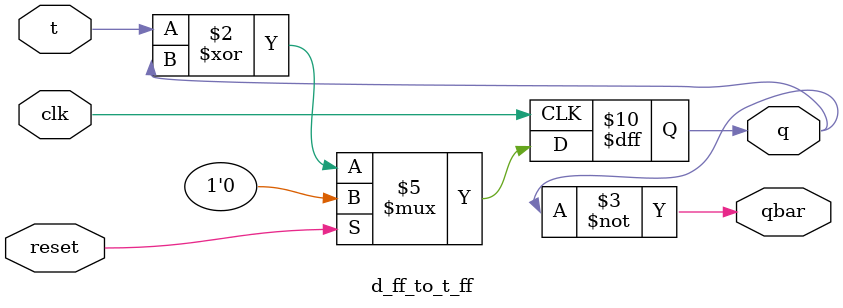
<source format=v>
`timescale 1ns / 1ps
module d_ff_to_t_ff(input clk,input reset,input t,output reg q,output wire qbar);
reg d;
always@(posedge clk)
begin
    if(reset)
    begin
    q<=1'b0;
    end
    else
    begin
    d=t^q;
    q<=d;
    end
end
assign qbar=~q;
endmodule

</source>
